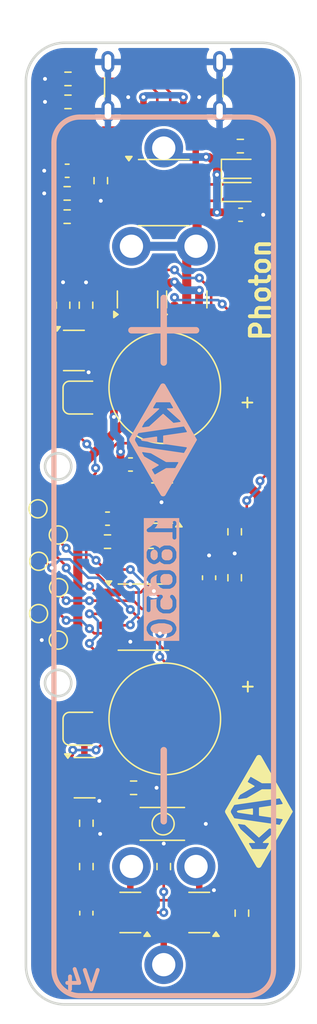
<source format=kicad_pcb>
(kicad_pcb (version 20241229) (generator "pcbnew") (generator_version "9.0")
  (title_block (title "Photon") (date "2025-08-02") (rev "1.3") (company "Bike LED PCB"))
  (layers (0 "F.Cu" signal) (2 "B.Cu" mixed "B.CU") (13 "F.Paste" user) (15 "B.Paste" user) (5 "F.SilkS" user "F.Silkscreen") (7 "B.SilkS" user "B.Silkscreen") (1 "F.Mask" user) (3 "B.Mask" user) (25 "Edge.Cuts" user))
  (net 0 "")
  (net 1 "GND")
  (net 2 "/FB")
  (net 3 "/OUT_LED1")
  (net 4 "/OUT_LED2")
  (net 5 "/LX")
  (net 6 "/SCK")
  (net 7 "/LED2_EN")
  (net 8 "/LED1_EN")
  (net 9 "/MOSI")
  (net 10 "/Rext1")
  (net 11 "/Rext2")
  (net 12 "+3V3")
  (net 13 "PACK_SAFE")
  (net 14 "/RESET")
  (net 15 "5V")
  (net 16 "/DW01A_VCC")
  (net 17 "/CC1")
  (net 18 "/CC2")
  (net 19 "/LED_PWR")
  (net 20 "/STAT2")
  (net 21 "/STAT1")
  (net 22 "/DSBL")
  (net 23 "/BUCK_EN")
  (net 24 "/Iset")
  (net 25 "/VM")
  (net 27 "/OD")
  (net 28 "/OC")
  (net 31 "/Bat+")
  (net 32 "/Bat-")
  (net 33 "/MISO_BTN")
  (net 34 "/BAT_DSBL")
  (footprint "Package_SO:SO-8_3.9x4.9mm_P1.27mm" (layer "F.Cu") (at 51.308 64.77)
    (property "Reference" "U1" (hide yes))
    (property "Value" "ATtiny13A-S")
  )
  (footprint "Capacitor_SMD:C_0603_1608Metric" (layer "F.Cu") (at 50.305 52.959 180)
    (property "Reference" "C2" (hide yes))
    (property "Value" "4.7uF")
  )
  (footprint "TestPoint:TestPoint_Pad_D1.0mm" (layer "F.Cu") (at 43.20021 60.4474 -90)
    (property "Reference" "TP8" (hide yes))
    (property "Value" "MISO")
  )
  (footprint "Connector_USB:USB_C_Receptacle_HRO_TYPE-C-31-M-17" (layer "F.Cu") (at 52.8788 22.606 180)
    (property "Reference" "J1" (hide yes))
    (property "Value" "USB_C_Receptacle_USB2.0_14P")
  )
  (footprint "Package_TO_SOT_SMD:SOT-23-6" (layer "F.Cu") (at 55.626 87.63 180)
    (property "Reference" "U6" (hide yes))
    (property "Value" "FS8205A")
  )
  (footprint "Capacitor_SMD:C_0603_1608Metric" (layer "F.Cu") (at 48.527 57.15 180)
    (property "Reference" "C4" (hide yes))
    (property "Value" "10pF")
  )
  (footprint "TestPoint:TestPoint_Pad_D1.0mm" (layer "F.Cu") (at 44.717224 58.412074 -90)
    (property "Reference" "TP7" (hide yes))
    (property "Value" "MOSI")
  )
  (footprint "Package_TO_SOT_SMD:SOT-23-6" (layer "F.Cu") (at 50.292 87.63 180)
    (property "Reference" "U5" (hide yes))
    (property "Value" "DW01A")
  )
  (footprint "Resistor_SMD:R_0603_1608Metric" (layer "F.Cu") (at 51.829 58.928)
    (property "Reference" "R9" (hide yes))
    (property "Value" "62K")
  )
  (footprint "Photon:KAY Logo 10x10mm" (layer "F.Cu") (at 60.2488 79.8068 90)
    (property "Reference" "G***" (hide yes))
    (property "Value" "LOGO" (hide yes))
  )
  (footprint "Capacitor_SMD:C_0603_1608Metric" (layer "F.Cu") (at 53.607 52.959)
    (property "Reference" "C5" (hide yes))
    (property "Value" "10uF")
  )
  (footprint "Fiducial:Fiducial_0.5mm_Mask1.5mm" (layer "F.Cu") (at 44.1452 27.1272)
    (property "Reference" "FID3" (hide yes))
    (property "Value" "Fiducial")
  )
  (footprint "Resistor_SMD:R_0603_1608Metric" (layer "F.Cu") (at 45.403 33.7765)
    (property "Reference" "R4" (hide yes))
    (property "Value" "100R")
  )
  (footprint "Capacitor_SMD:C_0603_1608Metric" (layer "F.Cu") (at 56.388 61.722 -90)
    (property "Reference" "C1" (hide yes))
    (property "Value" "4.7uF")
  )
  (footprint "Package_TO_SOT_SMD:SOT-23-6" (layer "F.Cu") (at 45.924928 44.132724)
    (property "Reference" "U4" (hide yes))
    (property "Value" "BCR421UW6-7")
  )
  (footprint "Resistor_SMD:R_0603_1608Metric" (layer "F.Cu") (at 45.466 24.892 180)
    (property "Reference" "R2" (hide yes))
    (property "Value" "5.1K")
  )
  (footprint "Resistor_SMD:R_0603_1608Metric" (layer "F.Cu") (at 45.466 23.114 180)
    (property "Reference" "R1" (hide yes))
    (property "Value" "5.1K")
  )
  (footprint "Resistor_SMD:R_0603_1608Metric" (layer "F.Cu") (at 50.546 77.978)
    (property "Reference" "R16" (hide yes))
    (property "Value" "20R")
  )
  (footprint "Photon:5mm Push Button" (layer "F.Cu") (at 52.832 80.772)
    (property "Reference" "SW1" (hide yes))
    (property "Value" "TS-1088-AR02016")
  )
  (footprint "TestPoint:TestPoint_Pad_D1.0mm" (layer "F.Cu") (at 44.742507 62.482726 -90)
    (property "Reference" "TP12" (hide yes))
    (property "Value" "SCK")
  )
  (footprint "LED_SMD:LED_0603_1608Metric" (layer "F.Cu") (at 58.8264 30.0736)
    (property "Reference" "D2" (hide yes))
    (property "Value" "SZYY0603R1")
  )
  (footprint "Resistor_SMD:R_0603_1608Metric" (layer "F.Cu") (at 48.006 30.988 -90)
    (property "Reference" "R10" (hide yes))
    (property "Value" "2K")
  )
  (footprint "Resistor_SMD:R_0603_1608Metric" (layer "F.Cu") (at 58.8064 28.3156)
    (property "Reference" "R7" (hide yes))
    (property "Value" "2K")
  )
  (footprint "TestPoint:TestPoint_Pad_D1.0mm" (layer "F.Cu") (at 43.187568 64.492769)
    (property "Reference" "TP9" (hide yes))
    (property "Value" "3V3")
  )
  (footprint "Resistor_SMD:R_0603_1608Metric" (layer "F.Cu") (at 45.085 40.63 90)
    (property "Reference" "R12" (hide yes))
    (property "Value" "100K")
  )
  (footprint "TestPoint:TestPoint_Pad_D1.0mm" (layer "F.Cu") (at 43.143297 56.388 -90)
    (property "Reference" "TP13" (hide yes))
    (property "Value" "RESET")
  )
  (footprint "Package_TO_SOT_SMD:SOT-23" (layer "F.Cu") (at 54.6608 40.1828 90)
    (property "Reference" "Q2" (hide yes))
    (property "Value" "IRLML6402")
  )
  (footprint "Package_TO_SOT_SMD:SOT-23-6" (layer "F.Cu") (at 46.755 77.197)
    (property "Reference" "U7" (hide yes))
    (property "Value" "BCR421UW6-7")
  )
  (footprint "Resistor_SMD:R_0603_1608Metric" (layer "F.Cu") (at 46.8884 84.074 -90)
    (property "Reference" "R14" (hide yes))
    (property "Value" "100R")
  )
  (footprint "Resistor_SMD:R_0603_1608Metric" (layer "F.Cu") (at 58.3692 61.722 90)
    (property "Reference" "R18" (hide yes))
    (property "Value" "10K")
  )
  (footprint "Resistor_SMD:R_0603_1608Metric" (layer "F.Cu") (at 45.403 31.9745 180)
    (property "Reference" "R5" (hide yes))
    (property "Value" "100K")
  )
  (footprint "Photon:SMD 3x3mm Power Inductor" (layer "F.Cu") (at 56.936786 54.0004 90)
    (property "Reference" "L1" (hide yes))
    (property "Value" "2.2uH")
  )
  (footprint "Fiducial:Fiducial_0.5mm_Mask1.5mm" (layer "F.Cu") (at 61.4172 27.1272)
    (property "Reference" "FID1" (hide yes))
    (property "Value" "Fiducial")
  )
  (footprint "Resistor_SMD:R_0603_1608Metric" (layer "F.Cu") (at 58.928 87.6808 90)
    (property "Reference" "R19" (hide yes))
    (property "Value" "100K")
  )
  (footprint "Photon:3W LED 9mm" (layer "F.Cu") (at 52.959 47.017 180)
    (property "Reference" "D5" (hide yes))
    (property "Value" "LED")
  )
  (footprint "Fiducial:Fiducial_0.5mm_Mask1.5mm" (layer "F.Cu") (at 43.942 91.694)
    (property "Reference" "FID2" (hide yes))
    (property "Value" "Fiducial")
  )
  (footprint "Capacitor_SMD:C_0603_1608Metric" (layer "F.Cu") (at 46.8884 87.6808 90)
    (property "Reference" "C7" (hide yes))
    (property "Value" "0.1uF")
  )
  (footprint "Resistor_SMD:R_0603_1608Metric" (layer "F.Cu") (at 48.527 58.928)
    (property "Reference" "R8" (hide yes))
    (property "Value" "280K")
  )
  (footprint "Resistor_SMD:R_0603_1608Metric" (layer "F.Cu") (at 52.8788 84.074 -90)
    (property "Reference" "R17" (hide yes))
    (property "Value" "1K")
  )
  (footprint "TestPoint:TestPoint_Pad_D1.0mm" (layer "F.Cu") (at 44.714882 66.548)
    (property "Reference" "TP1" (hide yes))
    (property "Value" "GND")
  )
  (footprint "Package_TO_SOT_SMD:SOT-23-5" (layer "F.Cu") (at 52.752 55.941 180)
    (property "Reference" "U2" (hide yes))
    (property "Value" "RT8059GJ5")
  )
  (footprint "Resistor_SMD:R_0603_1608Metric" (layer "F.Cu") (at 46.863 40.63 90)
    (property "Reference" "R13" (hide yes))
    (property "Value" "20R")
  )
  (footprint "Resistor_SMD:R_0603_1608Metric" (layer "F.Cu") (at 46.8884 80.7212 -90)
    (property "Reference" "R15" (hide yes))
    (property "Value" "100K")
  )
  (footprint "LED_SMD:LED_0603_1608Metric" (layer "F.Cu") (at 58.8264 31.8716)
    (property "Reference" "D1" (hide yes))
    (property "Value" "SZYY0603R1")
  )
  (footprint "Resistor_SMD:R_0603_1608Metric" (layer "F.Cu") (at 58.3692 58.166 -90)
    (property "Reference" "R6" (hide yes))
    (property "Value" "100K")
  )
  (footprint "Package_SO:SOIC-8-1EP_3.9x4.9mm_P1.27mm_EP2.29x3mm" (layer "F.Cu") (at 52.8788 31.9144)
    (property "Reference" "U3" (hide yes))
    (property "Value" "TP4056")
  )
  (footprint "Photon:3W LED 9mm" (layer "F.Cu") (at 52.959 72.644 180)
    (property "Reference" "D6" (hide yes))
    (property "Value" "LED")
  )
  (footprint "Capacitor_SMD:C_0603_1608Metric" (layer "F.Cu") (at 58.8264 33.6296 180)
    (property "Reference" "C6" (hide yes))
    (property "Value" "10uF")
  )
  (footprint "Package_TO_SOT_SMD:SOT-23" (layer "F.Cu") (at 50.8508 40.1828 90)
    (property "Reference" "Q1" (hide yes))
    (property "Value" "IRLML6402")
  )
  (footprint "Capacitor_SMD:C_0603_1608Metric" (layer "F.Cu") (at 45.403 30.226)
    (property "Reference" "C3" (hide yes))
    (property "Value" "10uF")
  )
  (footprint "Fiducial:Fiducial_0.5mm_Mask1.5mm" (layer "F.Cu") (at 61.2648 91.694)
    (property "Reference" "FID2" (hide yes))
    (property "Value" "Fiducial")
  )
  (footprint "Photon:Spring Battery TH" (layer "B.Cu") (at 47.3788 34.068 -90)
    (property "Reference" "BT1" (hide yes))
    (property "Value" "Battery_Cell")
  )
  (footprint "Photon:KAY Logo 10x10mm" (layer "B.Cu") (at 52.832 51.054 -90)
    (property "Reference" "G***" (hide yes))
    (property "Value" "LOGO" (hide yes))
  )
  (gr_line (start 42.212 91.742) (end 42.212 23.32) (stroke (width 0.2)) (layer "Edge.Cuts"))
  (gr_arc (start 60.452 20.32) (mid 62.57332 21.19868) (end 63.452 23.32) (stroke (width 0.2)) (layer "Edge.Cuts"))
  (gr_arc (start 63.452 91.742) (mid 62.573321 93.86332) (end 60.452 94.741999) (stroke (width 0.2)) (layer "Edge.Cuts"))
  (gr_circle (center 44.704 53.104021) (end 45.72 53.104021) (stroke (width 0.2)) (fill no) (layer "Edge.Cuts"))
  (gr_circle (center 44.704 69.868021) (end 45.72 69.868021) (stroke (width 0.2)) (fill no) (layer "Edge.Cuts"))
  (gr_line (start 45.212 20.32) (end 60.452 20.32) (stroke (width 0.2)) (layer "Edge.Cuts"))
  (gr_arc (start 45.212 94.741999) (mid 43.09068 93.863319) (end 42.212 91.742) (stroke (width 0.2)) (layer "Edge.Cuts"))
  (gr_line (start 63.452 23.32) (end 63.452 91.742) (stroke (width 0.2)) (layer "Edge.Cuts"))
  (gr_arc (start 42.212 23.32) (mid 43.09068 21.19868) (end 45.212 20.32) (stroke (width 0.2)) (layer "Edge.Cuts"))
  (gr_line (start 60.452 94.741999) (end 45.212 94.741999) (stroke (width 0.2)) (layer "Edge.Cuts"))
  (gr_text "Photon" (at 61.242326 43.5356 90) (layer "F.SilkS") (effects (font (size 1.5 1.5) (thickness 0.3) (bold yes)) (justify left bottom)))
  (gr_text "V4\n" (at 48.1076 93.7768 0) (layer "B.SilkS") (effects (font (size 1.5 1.5) (thickness 0.3) (bold yes)) (justify left bottom mirror)))
  (segment (start 46.8884 81.5462) (end 47.9552 81.5462) (width 0.2) (layer "F.Cu") (net 1))
  (segment (start 43.628 30.2205) (end 44.628 30.2205) (width 0.5) (layer "F.Cu") (net 1))
  (segment (start 56.388 59.9948) (end 56.388 60.947) (width 0.2) (layer "F.Cu") (net 1))
  (segment (start 43.628 31.9745) (end 44.578 31.9745) (width 0.2) (layer "F.Cu") (net 1))
  (segment (start 59.6014 33.6296) (end 60.579 33.6296) (width 0.6) (layer "F.Cu") (net 1))
  (segment (start 45.085 38.852) (end 45.085 39.805) (width 0.2) (layer "F.Cu") (net 1))
  (segment (start 46.863 39.805) (end 46.863 38.862) (width 0.2) (layer "F.Cu") (net 1))
  (segment (start 48.006 31.813) (end 48.006 32.627) (width 0.2) (layer "F.Cu") (net 1))
  (segment (start 58.3692 59.8424) (end 58.3692 58.991) (width 0.2) (layer "F.Cu") (net 1))
  (segment (start 47.062428 45.082724) (end 47.062428 45.820724) (width 0.7) (layer "F.Cu") (net 1))
  (segment (start 52.8788 82.3428) (end 52.8788 83.249) (width 0.2) (layer "F.Cu") (net 1))
  (segment (start 43.434 66.548) (end 44.714882 66.548) (width 0.2) (layer "F.Cu") (net 1))
  (segment (start 47.8925 78.147) (end 47.8925 78.994) (width 0.6) (layer "F.Cu") (net 1))
  (segment (start 48.006 32.627) (end 48.0836 32.5494) (width 0.5) (layer "F.Cu") (net 1))
  (segment (start 48.0836 32.5494) (end 50.3262 32.5494) (width 0.5) (layer "F.Cu") (net 1))
  (segment (start 56.134 80.772) (end 54.991 80.772) (width 0.2) (layer "F.Cu") (net 1))
  (segment (start 43.688 24.892) (end 44.641 24.892) (width 0.3) (layer "F.Cu") (net 1))
  (segment (start 55.6288 24.5288) (end 55.6288 26.04) (width 0.5) (layer "F.Cu") (net 1))
  (segment (start 50.292 66.675) (end 48.733 66.675) (width 0.2) (layer "F.Cu") (net 1))
  (segment (start 56.7635 85.9028) (end 56.7635 86.68) (width 0.5) (layer "F.Cu") (net 1))
  (segment (start 50.1288 24.526) (end 50.1288 26.04) (width 0.5) (layer "F.Cu") (net 1))
  (segment (start 43.688 23.114) (end 44.641 23.114) (width 0.3) (layer "F.Cu") (net 1))
  (segment (start 55.626 24.526) (end 55.6288 24.5288) (width 0.5) (layer "F.Cu") (net 1))
  (segment (start 52.324 77.978) (end 51.371 77.978) (width 0.2) (layer "F.Cu") (net 1))
  (via (at 50.292 66.675) (size 0.7) (drill 0.3) (layers "F.Cu" "B.Cu") (net 1))
  (via (at 43.628 31.9745) (size 0.7) (drill 0.3) (layers "F.Cu" "B.Cu") (net 1))
  (via (at 55.626 24.526) (size 0.7) (drill 0.3) (layers "F.Cu" "B.Cu") (net 1))
  (via (at 52.705 55.88) (size 0.7) (drill 0.3) (layers "F.Cu" "B.Cu") (net 1))
  (via (at 56.388 59.9948) (size 0.7) (drill 0.3) (layers "F.Cu" "B.Cu") (net 1))
  (via (at 60.579 33.6296) (size 0.7) (drill 0.3) (layers "F.Cu" "B.Cu") (net 1))
  (via (at 43.434 66.548) (size 0.7) (drill 0.3) (layers "F.Cu" "B.Cu") (net 1))
  (via (at 47.8925 78.994) (size 0.7) (drill 0.3) (layers "F.Cu" "B.Cu") (net 1))
  (via (at 43.688 23.114) (size 0.7) (drill 0.3) (layers "F.Cu" "B.Cu") (net 1))
  (via (at 50.1288 24.526) (size 0.7) (drill 0.3) (layers "F.Cu" "B.Cu") (net 1))
  (via (at 48.006 32.5494) (size 0.7) (drill 0.3) (layers "F.Cu" "B.Cu") (net 1))
  (via (at 43.688 24.892) (size 0.7) (drill 0.3) (layers "F.Cu" "B.Cu") (net 1))
  (via (at 58.3692 59.8424) (size 0.7) (drill 0.3) (layers "F.Cu" "B.Cu") (net 1))
  (via (at 46.863 38.862) (size 0.7) (drill 0.3) (layers "F.Cu" "B.Cu") (net 1))
  (via (at 45.085 38.852) (size 0.7) (drill 0.3) (layers "F.Cu" "B.Cu") (net 1))
  (via (at 52.8788 82.296) (size 0.7) (drill 0.3) (layers "F.Cu" "B.Cu") (net 1))
  (via (at 43.628 30.2205) (size 0.7) (drill 0.3) (layers "F.Cu" "B.Cu") (net 1))
  (via (at 52.324 77.978) (size 0.7) (drill 0.3) (layers "F.Cu" "B.Cu") (net 1))
  (via (at 47.062428 45.820724) (size 0.7) (drill 0.3) (layers "F.Cu" "B.Cu") (net 1))
  (via (at 47.9552 81.5462) (size 0.7) (drill 0.3) (layers "F.Cu" "B.Cu") (net 1))
  (via (at 56.134 80.772) (size 0.7) (drill 0.3) (layers "F.Cu" "B.Cu") (net 1))
  (via (at 56.7635 85.9028) (size 0.7) (drill 0.3) (layers "F.Cu" "B.Cu") (net 1))
  (segment (start 49.302 57.15) (end 49.302 58.878) (width 0.2) (layer "F.Cu") (net 2))
  (segment (start 49.302 57.15) (end 49.561 56.891) (width 0.2) (layer "F.Cu") (net 2))
  (segment (start 51.397 56.891) (end 51.402 56.896) (width 0.2) (layer "F.Cu") (net 2))
  (segment (start 49.561 56.891) (end 51.397 56.891) (width 0.2) (layer "F.Cu") (net 2))
  (segment (start 49.352 58.928) (end 51.004 58.928) (width 0.2) (layer "F.Cu") (net 2))
  (segment (start 49.302 58.878) (end 49.352 58.928) (width 0.2) (layer "F.Cu") (net 2))
  (segment (start 44.787428 45.082724) (end 44.787428 45.910628) (width 0.6) (layer "F.Cu") (net 3))
  (segment (start 44.787428 45.082724) (end 44.787428 44.132724) (width 0.6) (layer "F.Cu") (net 3))
  (segment (start 44.787428 45.910628) (end 46.6558 47.779) (width 0.6) (layer "F.Cu") (net 3))
  (segment (start 44.787428 44.132724) (end 47.078499 44.132724) (width 0.6) (layer "F.Cu") (net 3))
  (segment (start 45.6175 77.197) (end 46.241999 77.197) (width 0.5) (layer "F.Cu") (net 4))
  (segment (start 46.736 76.702999) (end 46.736 76.581) (width 0.5) (layer "F.Cu") (net 4))
  (segment (start 46.736 76.740999) (end 46.736 76.581) (width 0.5) (layer "F.Cu") (net 4))
  (segment (start 46.241999 77.197) (end 46.736 76.702999) (width 0.5) (layer "F.Cu") (net 4))
  (segment (start 47.8925 77.197) (end 47.230001 77.197) (width 0.5) (layer "F.Cu") (net 4))
  (segment (start 46.736 73.4862) (end 46.6558 73.406) (width 0.5) (layer "F.Cu") (net 4))
  (segment (start 46.736 76.581) (end 46.736 73.4862) (width 0.5) (layer "F.Cu") (net 4))
  (segment (start 47.230001 77.197) (end 46.736 76.702999) (width 0.5) (layer "F.Cu") (net 4))
  (segment (start 47.8925 77.197) (end 45.6175 77.197) (width 0.5) (layer "F.Cu") (net 4))
  (segment (start 45.6175 78.147) (end 45.6175 77.197) (width 0.5) (layer "F.Cu") (net 4))
  (segment (start 56.885986 54.991) (end 57.038386 55.1434) (width 0.5) (layer "F.Cu") (net 5))
  (segment (start 53.7765 54.991) (end 56.885986 54.991) (width 0.5) (layer "F.Cu") (net 5))
  (segment (start 57.038386 55.1434) (end 57.1122 55.1434) (width 0.5) (layer "F.Cu") (net 5))
  (segment (start 44.742507 62.914507) (end 44.742507 62.482726) (width 0.2) (layer "F.Cu") (net 6))
  (segment (start 45.328 63.5) (end 44.742507 62.914507) (width 0.2) (layer "F.Cu") (net 6))
  (segment (start 51.181 64.135) (end 53.883 64.135) (width 0.2) (layer "F.Cu") (net 6))
  (segment (start 47.128 63.5) (end 50.546 63.5) (width 0.2) (layer "F.Cu") (net 6))
  (segment (start 50.546 63.5) (end 51.181 64.135) (width 0.2) (layer "F.Cu") (net 6))
  (via (at 45.328 63.5) (size 0.7) (drill 0.3) (layers "F.Cu" "B.Cu") (net 6))
  (via (at 47.128 63.5) (size 0.7) (drill 0.3) (layers "F.Cu" "B.Cu") (net 6))
  (segment (start 47.128 63.5) (end 45.328 63.5) (width 0.2) (layer "B.Cu") (net 6))
  (segment (start 45.6175 76.247) (end 45.165 76.247) (width 0.2) (layer "F.Cu") (net 7))
  (segment (start 47.128 64.516) (end 48.352 64.516) (width 0.2) (layer "F.Cu") (net 7))
  (segment (start 44.654 78.819567) (end 45.730633 79.8962) (width 0.2) (layer "F.Cu") (net 7))
  (segment (start 45.165 76.247) (end 44.654 76.758) (width 0.2) (layer "F.Cu") (net 7))
  (segment (start 47.133 66.807) (end 47.133 66.945) (width 0.2) (layer "F.Cu") (net 7))
  (segment (start 45.6175 76.0345) (end 45.405 76.247) (width 0.2) (layer "F.Cu") (net 7))
  (segment (start 45.730633 79.8962) (end 46.8884 79.8962) (width 0.2) (layer "F.Cu") (net 7))
  (segment (start 45.836 75.454) (end 45.6175 75.6725) (width 0.2) (layer "F.Cu") (net 7))
  (segment (start 48.1568 67.9688) (end 48.1568 74.539316) (width 0.2) (layer "F.Cu") (net 7))
  (segment (start 48.352 64.516) (end 48.733 64.135) (width 0.2) (layer "F.Cu") (net 7))
  (segment (start 45.836 75.057) (end 45.836 75.454) (width 0.2) (layer "F.Cu") (net 7))
  (segment (start 48.1568 74.539316) (end 47.639116 75.057) (width 0.2) (layer "F.Cu") (net 7))
  (segment (start 44.654 76.758) (end 44.654 78.819567) (width 0.2) (layer "F.Cu") (net 7))
  (segment (start 45.6175 75.6725) (end 45.6175 76.0345) (width 0.2) (layer "F.Cu") (net 7))
  (segment (start 47.133 66.945) (end 48.1568 67.9688) (width 0.2) (layer "F.Cu") (net 7))
  (segment (start 47.128 66.802) (end 47.133 66.807) (width 0.2) (layer "F.Cu") (net 7))
  (via (at 47.639116 75.057) (size 0.7) (drill 0.3) (layers "F.Cu" "B.Cu") (net 7))
  (via (at 47.128 66.802) (size 0.7) (drill 0.3) (layers "F.Cu" "B.Cu") (net 7))
  (via (at 47.128 64.516) (size 0.7) (drill 0.3) (layers "F.Cu" "B.Cu") (net 7))
  (via (at 45.836 75.057) (size 0.7) (drill 0.3) (layers "F.Cu" "B.Cu") (net 7))
  (segment (start 47.128 66.802) (end 47.788702 66.141298) (width 0.2) (layer "B.Cu") (net 7))
  (segment (start 47.788702 66.141298) (end 47.788702 65.060702) (width 0.2) (layer "B.Cu") (net 7))
  (segment (start 47.244 64.516) (end 47.128 64.516) (width 0.2) (layer "B.Cu") (net 7))
  (segment (start 47.639116 74.93) (end 47.639116 74.806) (width 0.2) (layer "B.Cu") (net 7))
  (segment (start 47.788702 65.060702) (end 47.244 64.516) (width 0.2) (layer "B.Cu") (net 7))
  (segment (start 47.639116 75.057) (end 45.836 75.057) (width 0.2) (layer "B.Cu") (net 7))
  (segment (start 48.733 65.405) (end 50.397762 65.405) (width 0.2) (layer "F.Cu") (net 8))
  (segment (start 46.879 54.3654) (end 46.879 60.595) (width 0.2) (layer "F.Cu") (net 8))
  (segment (start 44.124929 43.182724) (end 44.787428 43.182724) (width 0.2) (layer "F.Cu") (net 8))
  (segment (start 50.397762 65.405) (end 50.428762 65.374) (width 0.2) (layer "F.Cu") (net 8))
  (segment (start 47.61 53.230792) (end 47.61 53.6344) (width 0.2) (layer "F.Cu") (net 8))
  (segment (start 45.085 42.885152) (end 44.787428 43.182724) (width 0.2) (layer "F.Cu") (net 8))
  (segment (start 45.085 41.455) (end 45.085 42.885152) (width 0.2) (layer "F.Cu") (net 8))
  (segment (start 46.925103 51.370103) (end 43.7896 48.2346) (width 0.2) (layer "F.Cu") (net 8))
  (segment (start 47.61 53.6344) (end 46.879 54.3654) (width 0.2) (layer "F.Cu") (net 8))
  (segment (start 46.879 60.595) (end 48.499 62.215) (width 0.2) (layer "F.Cu") (net 8))
  (segment (start 43.7896 43.518053) (end 44.124929 43.182724) (width 0.2) (layer "F.Cu") (net 8))
  (segment (start 43.7896 48.2346) (end 43.7896 43.518053) (width 0.2) (layer "F.Cu") (net 8))
  (segment (start 48.499 62.215) (end 50.292 62.215) (width 0.2) (layer "F.Cu") (net 8))
  (via (at 47.61 53.230792) (size 0.7) (drill 0.3) (layers "F.Cu" "B.Cu") (net 8))
  (via (at 50.292 62.215) (size 0.7) (drill 0.3) (layers "F.Cu" "B.Cu") (net 8))
  (via (at 50.292 65.374) (size 0.7) (drill 0.3) (layers "F.Cu" "B.Cu") (net 8))
  (via (at 46.925103 51.370103) (size 0.7) (drill 0.3) (layers "F.Cu" "B.Cu") (net 8))
  (segment (start 50.292 62.215) (end 50.531 62.215) (width 0.2) (layer "B.Cu") (net 8))
  (segment (start 50.428762 65.237238) (end 50.292 65.374) (width 0.2) (layer "B.Cu") (net 8))
  (segment (start 47.565795 52.010795) (end 47.565795 53.186587) (width 0.2) (layer "B.Cu") (net 8))
  (segment (start 50.428762 65.024618) (end 50.428762 65.237238) (width 0.2) (layer "B.Cu") (net 8))
  (segment (start 50.531 62.215) (end 50.942096 62.626096) (width 0.2) (layer "B.Cu") (net 8))
  (segment (start 50.942096 62.626096) (end 50.942096 64.511284) (width 0.2) (layer "B.Cu") (net 8))
  (segment (start 47.565795 53.186587) (end 47.61 53.230792) (width 0.2) (layer "B.Cu") (net 8))
  (segment (start 50.942096 64.511284) (end 50.428762 65.024618) (width 0.2) (layer "B.Cu") (net 8))
  (segment (start 46.925103 51.370103) (end 47.565795 52.010795) (width 0.2) (layer "B.Cu") (net 8))
  (segment (start 48.35362 61.087) (end 47.64 60.37338) (width 0.2) (layer "F.Cu") (net 9))
  (segment (start 55.118 63.754) (end 55.118 66.1775) (width 0.2) (layer "F.Cu") (net 9))
  (segment (start 45.328 59.436) (end 44.717224 58.825224) (width 0.2) (layer "F.Cu") (net 9))
  (segment (start 54.898 63.534) (end 55.118 63.754) (width 0.2) (layer "F.Cu") (net 9))
  (segment (start 44.717224 58.825224) (end 44.717224 58.412074) (width 0.2) (layer "F.Cu") (net 9))
  (segment (start 50.292 61.087) (end 48.35362 61.087) (width 0.2) (layer "F.Cu") (net 9))
  (segment (start 52.115428 62.753196) (end 52.896232 63.534) (width 0.2) (layer "F.Cu") (net 9))
  (segment (start 52.896232 63.534) (end 54.898 63.534) (width 0.2) (layer "F.Cu") (net 9))
  (segment (start 54.6205 66.675) (end 53.883 66.675) (width 0.2) (layer "F.Cu") (net 9))
  (segment (start 55.118 66.1775) (end 54.6205 66.675) (width 0.2) (layer "F.Cu") (net 9))
  (via (at 45.328 59.436) (size 0.7) (drill 0.3) (layers "F.Cu" "B.Cu") (net 9))
  (via (at 52.115428 62.753196) (size 0.7) (drill 0.3) (layers "F.Cu" "B.Cu") (net 9))
  (via (at 47.64 60.37338) (size 0.7) (drill 0.3) (layers "F.Cu" "B.Cu") (net 9))
  (via (at 50.292 61.087) (size 0.7) (drill 0.3) (layers "F.Cu" "B.Cu") (net 9))
  (segment (start 47.14724 59.944) (end 47.57662 60.37338) (width 0.2) (layer "B.Cu") (net 9))
  (segment (start 51.95618 62.753196) (end 52.115428 62.753196) (width 0.2) (layer "B.Cu") (net 9))
  (segment (start 47.57662 60.37338) (end 47.64 60.37338) (width 0.2) (layer "B.Cu") (net 9))
  (segment (start 50.292 61.087) (end 50.292 61.089016) (width 0.2) (layer "B.Cu") (net 9))
  (segment (start 50.292 61.089016) (end 51.95618 62.753196) (width 0.2) (layer "B.Cu") (net 9))
  (segment (start 45.328 59.436) (end 45.836 59.944) (width 0.2) (layer "B.Cu") (net 9))
  (segment (start 45.836 59.944) (end 47.14724 59.944) (width 0.2) (layer "B.Cu") (net 9))
  (segment (start 47.062428 43.182724) (end 47.244 43.001152) (width 0.2) (layer "F.Cu") (net 10))
  (segment (start 46.863 42.983296) (end 47.062428 43.182724) (width 0.2) (layer "F.Cu") (net 10))
  (segment (start 47.274928 43.182724) (end 47.274928 42.970224) (width 0.2) (layer "F.Cu") (net 10))
  (segment (start 46.863 41.455) (end 46.863 42.983296) (width 0.2) (layer "F.Cu") (net 10))
  (segment (start 49.721 77.407) (end 49.721 77.978) (width 0.2) (layer "F.Cu") (net 11))
  (segment (start 48.561 76.247) (end 49.721 77.407) (width 0.2) (layer "F.Cu") (net 11))
  (segment (start 48.105 76.247) (end 48.561 76.247) (width 0.2) (layer "F.Cu") (net 11))
  (segment (start 59.3558 71.882) (end 60.2058 71.032) (width 0.7) (layer "F.Cu") (net 12))
  (segment (start 47.128 65.657603) (end 47.494397 66.024) (width 0.2) (layer "F.Cu") (net 12))
  (segment (start 53.883 62.865) (end 55.245 62.865) (width 0.3) (layer "F.Cu") (net 12))
  (segment (start 44.796769 64.492769) (end 43.187568 64.492769) (width 0.2) (layer "F.Cu") (net 12))
  (segment (start 59.3558 50.514586) (end 59.3558 46.393214) (width 0.7) (layer "F.Cu") (net 12))
  (segment (start 51.641346 66.024) (end 52.893346 67.276) (width 0.2) (layer "F.Cu") (net 12))
  (segment (start 54.798968 67.276) (end 55.519 66.555968) (width 0.2) (layer "F.Cu") (net 12))
  (segment (start 57.038386 52.832) (end 59.3558 50.514586) (width 0.7) (layer "F.Cu") (net 12))
  (segment (start 55.626 62.865) (end 55.753 62.865) (width 0.3) (layer "F.Cu") (net 12))
  (segment (start 55.245 62.865) (end 55.626 62.865) (width 0.3) (layer "F.Cu") (net 12))
  (segment (start 54.382 52.56543) (end 53.98843 52.56543) (width 0.2) (layer "F.Cu") (net 12))
  (segment (start 59.436 62.865) (end 60.2058 62.865) (width 0.3) (layer "F.Cu") (net 12))
  (segment (start 47.494397 66.024) (end 51.641346 66.024) (width 0.2) (layer "F.Cu") (net 12))
  (segment (start 55.519 63.119) (end 55.519 63.099) (width 0.2) (layer "F.Cu") (net 12))
  (segment (start 47.752 57.15) (end 47.752 58.878) (width 0.2) (layer "F.Cu") (net 12))
  (segment (start 48.26 56.39979) (end 47.752 56.90779) (width 0.2) (layer "F.Cu") (net 12))
  (segment (start 55.519 66.555968) (end 55.519 63.119) (width 0.2) (layer "F.Cu") (net 12))
  (segment (start 57.666125 52.832) (end 57.038386 52.832) (width 0.7) (layer "F.Cu") (net 12))
  (segment (start 55.519 63.119) (end 55.519 63.012) (width 0.2) (layer "F.Cu") (net 12))
  (segment (start 52.893346 67.276) (end 54.798968 67.276) (width 0.2) (layer "F.Cu") (net 12))
  (segment (start 49.276 51.308) (end 48.26 52.324) (width 0.2) (layer "F.Cu") (net 12))
  (segment (start 59.436 62.865) (end 59.5708 62.865) (width 0.3) (layer "F.Cu") (net 12))
  (segment (start 48.26 52.324) (end 48.26 56.39979) (width 0.2) (layer "F.Cu") (net 12))
  (segment (start 55.519 63.012) (end 55.372 62.865) (width 0.2) (layer "F.Cu") (net 12))
  (segment (start 60.2058 62.357) (end 60.2058 55.371675) (width 0.7) (layer "F.Cu") (net 12))
  (segment (start 45.328 65.024) (end 44.796769 64.492769) (width 0.2) (layer "F.Cu") (net 12))
  (segment (start 53.98843 52.56543) (end 52.731 51.308) (width 0.2) (layer "F.Cu") (net 12))
  (segment (start 47.752 58.878) (end 47.702 58.928) (width 0.2) (layer "F.Cu") (net 12))
  (segment (start 60.2058 63.5) (end 60.2058 62.357) (width 0.7) (layer "F.Cu") (net 12))
  (segment (start 59.5708 62.865) (end 60.2058 63.5) (width 0.3) (layer "F.Cu") (net 12))
  (segment (start 59.436 62.865) (end 59.6978 62.865) (width 0.3) (layer "F.Cu") (net 12))
  (segment (start 59.6978 62.865) (end 60.2058 62.357) (width 0.3) (layer "F.Cu") (net 12))
  (segment (start 52.731 51.308) (end 49.276 51.308) (width 0.2) (layer "F.Cu") (net 12))
  (segment (start 47.752 56.90779) (end 47.752 57.15) (width 0.2) (layer "F.Cu") (net 12))
  (segment (start 60.2058 55.371675) (end 57.666125 52.832) (width 0.7) (layer "F.Cu") (net 12))
  (segment (start 55.499 63.119) (end 55.245 62.865) (width 0.2) (layer "F.Cu") (net 12))
  (segment (start 55.753 62.865) (end 59.436 62.865) (width 0.3) (layer "F.Cu") (net 12))
  (segment (start 55.519 63.099) (end 55.753 62.865) (width 0.2) (layer "F.Cu") (net 12))
  (segment (start 55.519 63.119) (end 55.499 63.119) (width 0.2) (layer "F.Cu") (net 12))
  (segment (start 54.382 52.832) (end 57.038386 52.832) (width 0.7) (layer "F.Cu") (net 12))
  (segment (start 60.2058 71.032) (end 60.2058 63.5) (width 0.7) (layer "F.Cu") (net 12))
  (via (at 45.328 65.024) (size 0.7) (drill 0.3) (layers "F.Cu" "B.Cu") (net 12))
  (via (at 47.128 65.657603) (size 0.7) (drill 0.3) (layers "F.Cu" "B.Cu") (net 12))
  (segment (start 46.494397 65.024) (end 45.328 65.024) (width 0.2) (layer "B.Cu") (net 12))
  (segment (start 47.128 65.657603) (end 46.494397 65.024) (width 0.2) (layer "B.Cu") (net 12))
  (segment (start 51.397 54.991) (end 51.0286 54.991) (width 0.6) (layer "F.Cu") (net 13))
  (segment (start 55.6108 39.4978) (end 55.6108 41.1203) (width 0.6) (layer "F.Cu") (net 13))
  (segment (start 49.53 52.224) (end 49.53 52.959) (width 0.6) (layer "F.Cu") (net 13))
  (segment (start 53.405917 38.855764) (end 51.8008 40.460881) (width 0.6) (layer "F.Cu") (net 13))
  (segment (start 51.0286 54.991) (end 49.53 53.4924) (width 0.6) (layer "F.Cu") (net 13))
  (segment (start 53.7108 38.825589) (end 53.680625 38.855764) (width 0.6) (layer "F.Cu") (net 13))
  (segment (start 49.53 53.4924) (end 49.53 52.959) (width 0.6) (layer "F.Cu") (net 13))
  (segment (start 49.53762 52.21638) (end 49.53 52.224) (width 0.6) (layer "F.Cu") (net 13))
  (segment (start 55.63392 39.47468) (end 55.6108 39.4978) (width 0.6) (layer "F.Cu") (net 13))
  (segment (start 49.022 44.831) (end 51.8008 42.0522) (width 0.6) (layer "F.Cu") (net 13))
  (segment (start 51.8008 42.0522) (end 51.8008 41.1203) (width 0.6) (layer "F.Cu") (net 13))
  (segment (start 53.680625 38.855764) (end 53.405917 38.855764) (width 0.6) (layer "F.Cu") (net 13))
  (segment (start 49.022 49.273206) (end 49.022 44.831) (width 0.6) (layer "F.Cu") (net 13))
  (segment (start 49.53762 51.96562) (end 49.53762 52.21638) (width 0.6) (layer "F.Cu") (net 13))
  (via (at 53.7108 38.825589) (size 0.7) (drill 0.3) (layers "F.Cu" "B.Cu") (net 13))
  (via (at 55.63392 39.47468) (size 0.7) (drill 0.3) (layers "F.Cu" "B.Cu") (net 13))
  (via (at 49.53762 51.96562) (size 0.7) (drill 0.3) (layers "F.Cu" "B.Cu") (net 13))
  (via (at 49.022 49.273206) (size 0.7) (drill 0.3) (layers "F.Cu" "B.Cu") (net 13))
  (segment (start 49.53 51.958) (end 49.53762 51.96562) (width 0.6) (layer "B.Cu") (net 13))
  (segment (start 49.53 51.039) (end 49.53 51.958) (width 0.6) (layer "B.Cu") (net 13))
  (segment (start 55.63392 39.47468) (end 54.359891 39.47468) (width 0.6) (layer "B.Cu") (net 13))
  (segment (start 49.022 50.531) (end 49.53 51.039) (width 0.6) (layer "B.Cu") (net 13))
  (segment (start 49.022 49.273206) (end 49.022 50.531) (width 0.6) (layer "B.Cu") (net 13))
  (segment (start 54.359891 39.47468) (end 53.7108 38.825589) (width 0.6) (layer "B.Cu") (net 13))
  (segment (start 47.621 62.865) (end 47.128 62.372) (width 0.2) (layer "F.Cu") (net 14))
  (segment (start 57.5682 61.698) (end 58.3692 60.897) (width 0.2) (layer "F.Cu") (net 14))
  (segment (start 48.733 62.865) (end 51.08297 62.865) (width 0.2) (layer "F.Cu") (net 14))
  (segment (start 51.08297 62.865) (end 52.24997 61.698) (width 0.2) (layer "F.Cu") (net 14))
  (segment (start 43.143297 58.637297) (end 43.143297 56.388) (width 0.2) (layer "F.Cu") (net 14))
  (segment (start 52.24997 61.698) (end 57.5682 61.698) (width 0.2) (layer "F.Cu") (net 14))
  (segment (start 45.212 60.706) (end 43.143297 58.637297) (width 0.2) (layer "F.Cu") (net 14))
  (segment (start 48.733 62.865) (end 47.621 62.865) (width 0.2) (layer "F.Cu") (net 14))
  (segment (start 45.212 60.9814) (end 45.212 60.706) (width 0.2) (layer "F.Cu") (net 14))
  (segment (start 45.328 61.0974) (end 45.212 60.9814) (width 0.2) (layer "F.Cu") (net 14))
  (via (at 45.328 60.96) (size 0.7) (drill 0.3) (layers "F.Cu" "B.Cu") (net 14))
  (via (at 47.128 62.372) (size 0.7) (drill 0.3) (layers "F.Cu" "B.Cu") (net 14))
  (segment (start 45.328 61.0974) (end 46.6026 62.372) (width 0.2) (layer "B.Cu") (net 14))
  (segment (start 45.212 61.0974) (end 45.328 61.0974) (width 0.2) (layer "B.Cu") (net 14))
  (segment (start 46.6026 62.372) (end 47.128 62.372) (width 0.2) (layer "B.Cu") (net 14))
  (segment (start 55.3538 28.2956) (end 55.3538 28.6004) (width 0.5) (layer "F.Cu") (net 15))
  (segment (start 55.3538 28.6004) (end 55.3538 30.0094) (width 0.5) (layer "F.Cu") (net 15))
  (segment (start 55.6786 28.3156) (end 55.3538 27.9908) (width 0.2) (layer "F.Cu") (net 15))
  (segment (start 57.9814 28.3156) (end 55.8292 28.3156) (width 0.2) (layer "F.Cu") (net 15))
  (segment (start 54.3988 24.526) (end 54.3988 26.4588) (width 0.5) (layer "F.Cu") (net 15))
  (segment (start 55.8292 28.3156) (end 55.6386 28.3156) (width 0.2) (layer "F.Cu") (net 15))
  (segment (start 51.308 26.543) (end 51.308 24.4268) (width 0.5) (layer "F.Cu") (net 15))
  (segment (start 55.6386 28.3156) (end 55.3538 28.6004) (width 0.2) (layer "F.Cu") (net 15))
  (segment (start 55.3538 27.9908) (end 55.3538 28.2956) (width 0.5) (layer "F.Cu") (net 15))
  (segment (start 50.4038 33.8194) (end 46.2709 33.8194) (width 0.5) (layer "F.Cu") (net 15))
  (segment (start 54.3988 26.4588) (end 55.3538 27.4138) (width 0.5) (layer "F.Cu") (net 15))
  (segment (start 51.308 24.526) (end 51.3588 24.5768) (width 0.5) (layer "F.Cu") (net 15))
  (segment (start 46.228 29.015804) (end 48.206804 27.037) (width 0.5) (layer "F.Cu") (net 15))
  (segment (start 46.2709 33.8194) (end 46.228 33.7765) (width 0.5) (layer "F.Cu") (net 15))
  (segment (start 51.308 24.4268) (end 51.308 24.526) (width 0.5) (layer "F.Cu") (net 15))
  (segment (start 46.228 33.7765) (end 46.228 29.015804) (width 0.5) (layer "F.Cu") (net 15))
  (segment (start 51.3588 25.786) (end 51.308 25.8368) (width 0.5) (layer "F.Cu") (net 15))
  (segment (start 48.206804 27.037) (end 50.814 27.037) (width 0.5) (layer "F.Cu") (net 15))
  (segment (start 55.8292 28.3156) (end 55.3738 28.3156) (width 0.2) (layer "F.Cu") (net 15))
  (segment (start 55.8292 28.3156) (end 55.6786 28.3156) (width 0.2) (layer "F.Cu") (net 15))
  (segment (start 55.3538 27.4138) (end 55.3538 27.9908) (width 0.5) (layer "F.Cu") (net 15))
  (segment (start 46.3485 33.897) (end 46.228 33.7765) (width 0.5) (layer "F.Cu") (net 15))
  (segment (start 55.3738 28.3156) (end 55.3538 28.2956) (width 0.2) (layer "F.Cu") (net 15))
  (segment (start 50.814 27.037) (end 51.308 26.543) (width 0.5) (layer "F.Cu") (net 15))
  (via (at 54.3988 24.526) (size 0.7) (drill 0.3) (layers "F.Cu" "B.Cu") (net 15))
  (via (at 51.308 24.526) (size 0.7) (drill 0.3) (layers "F.Cu" "B.Cu") (net 15))
  (segment (start 51.45 24.384) (end 51.308 24.526) (width 0.5) (layer "B.Cu") (net 15))
  (segment (start 54.3988 24.526) (end 54.2568 24.384) (width 0.5) (layer "B.Cu") (net 15))
  (segment (start 54.2568 24.384) (end 51.45 24.384) (width 0.5) (layer "B.Cu") (net 15))
  (segment (start 46.8884 86.9058) (end 46.8884 84.899) (width 0.7) (layer "F.Cu") (net 16))
  (segment (start 48.446478 87.63) (end 47.722278 86.9058) (width 0.7) (layer "F.Cu") (net 16))
  (segment (start 47.722278 86.9058) (end 46.8884 86.9058) (width 0.7) (layer "F.Cu") (net 16))
  (segment (start 49.1545 87.63) (end 48.446478 87.63) (width 0.7) (layer "F.Cu") (net 16))
  (segment (start 53.3788 26.04) (end 53.3788 24.1688) (width 0.2) (layer "F.Cu") (net 17))
  (segment (start 52.324 23.114) (end 46.291 23.114) (width 0.2) (layer "F.Cu") (net 17))
  (segment (start 53.3788 24.1688) (end 52.324 23.114) (width 0.2) (layer "F.Cu") (net 17))
  (segment (start 52.3788 24.1848) (end 51.816 23.622) (width 0.2) (layer "F.Cu") (net 18))
  (segment (start 47.561 23.622) (end 46.291 24.892) (width 0.2) (layer "F.Cu") (net 18))
  (segment (start 52.3788 26.04) (end 52.3788 24.1848) (width 0.2) (layer "F.Cu") (net 18))
  (segment (start 51.816 23.622) (end 47.561 23.622) (width 0.2) (layer "F.Cu") (net 18))
  (segment (start 59.6139 28.3331) (end 59.6139 31.6151) (width 0.2) (layer "F.Cu") (net 19))
  (segment (start 57.3611 32.5494) (end 58.0389 31.8716) (width 0.2) (layer "F.Cu") (net 20))
  (segment (start 55.3538 32.5494) (end 57.3611 32.5494) (width 0.2) (layer "F.Cu") (net 20))
  (segment (start 55.3538 31.2794) (end 57.415 31.2794) (width 0.2) (layer "F.Cu") (net 21))
  (segment (start 57.415 31.2794) (end 58.0389 30.6555) (width 0.2) (layer "F.Cu") (net 21))
  (segment (start 58.0389 30.6555) (end 58.0389 30.0736) (width 0.2) (layer "F.Cu") (net 21))
  (segment (start 44.578 34.126609) (end 44.578 33.7765) (width 0.2) (layer "F.Cu") (net 22))
  (segment (start 49.9008 41.1203) (end 49.9008 39.0993) (width 0.2) (layer "F.Cu") (net 22))
  (segment (start 49.9008 39.0993) (end 44.578 33.7765) (width 0.2) (layer "F.Cu") (net 22))
  (segment (start 56.549 39.437267) (end 56.549 41.0042) (width 0.2) (layer "F.Cu") (net 23))
  (segment (start 55.63392 38.522187) (end 56.549 39.437267) (width 0.2) (layer "F.Cu") (net 23))
  (segment (start 58.3692 57.341) (end 54.3395 57.341) (width 0.2) (layer "F.Cu") (net 23))
  (segment (start 59.3058 55.750334) (end 59.3058 56.4044) (width 0.2) (layer "F.Cu") (net 23))
  (segment (start 61.087 45.5422) (end 61.087 53.467001) (width 0.2) (layer "F.Cu") (net 23))
  (segment (start 59.3058 56.4044) (end 58.3692 57.341) (width 0.2) (layer "F.Cu") (net 23))
  (segment (start 51.2803 39.2453) (end 52.6288 37.8968) (width 0.2) (layer "F.Cu") (net 23))
  (segment (start 56.549 41.0042) (end 61.087 45.5422) (width 0.2) (layer "F.Cu") (net 23))
  (segment (start 54.3395 57.341) (end 53.8895 56.891) (width 0.2) (layer "F.Cu") (net 23))
  (segment (start 61.087 53.467001) (end 60.33046 54.223541) (width 0.2) (layer "F.Cu") (net 23))
  (segment (start 52.6288 37.8968) (end 53.7108 37.8968) (width 0.2) (layer "F.Cu") (net 23))
  (segment (start 50.8508 39.2453) (end 51.2803 39.2453) (width 0.2) (layer "F.Cu") (net 23))
  (via (at 60.33046 54.223541) (size 0.7) (drill 0.3) (layers "F.Cu" "B.Cu") (net 23))
  (via (at 55.63392 38.522187) (size 0.7) (drill 0.3) (layers "F.Cu" "B.Cu") (net 23))
  (via (at 53.7108 37.8968) (size 0.7) (drill 0.3) (layers "F.Cu" "B.Cu") (net 23))
  (via (at 59.3058 55.750334) (size 0.7) (drill 0.3) (layers "F.Cu" "B.Cu") (net 23))
  (segment (start 59.3058 55.750334) (end 60.33046 54.725674) (width 0.2) (layer "B.Cu") (net 23))
  (segment (start 60.33046 54.725674) (end 60.33046 54.223541) (width 0.2) (layer "B.Cu") (net 23))
  (segment (start 54.336187 38.522187) (end 55.6768 38.522187) (width 0.2) (layer "B.Cu") (net 23))
  (segment (start 53.7108 37.8968) (end 54.336187 38.522187) (width 0.2) (layer "B.Cu") (net 23))
  (segment (start 48.8684 31.2794) (end 48.006 30.417) (width 0.2) (layer "F.Cu") (net 24))
  (segment (start 48.006 30.417) (end 48.006 30.163) (width 0.2) (layer "F.Cu") (net 24))
  (segment (start 50.3262 31.2794) (end 48.8684 31.2794) (width 0.2) (layer "F.Cu") (net 24))
  (segment (start 48.006 30.163) (end 48.006 30.29) (width 0.2) (layer "F.Cu") (net 24))
  (segment (start 51.642 87.63) (end 52.8788 87.63) (width 0.2) (layer "F.Cu") (net 25))
  (segment (start 52.8788 86.03) (end 52.8788 84.899) (width 0.2) (layer "F.Cu") (net 25))
  (via (at 52.8788 86.03) (size 0.7) (drill 0.3) (layers "F.Cu" "B.Cu") (net 25))
  (via (at 52.8788 87.63) (size 0.7) (drill 0.3) (layers "F.Cu" "B.Cu") (net 25))
  (segment (start 52.8788 86.03) (end 52.8788 87.63) (width 0.2) (layer "B.Cu") (net 25))
  (segment (start 51.642 88.58) (end 54.276 88.58) (width 0.2) (layer "F.Cu") (net 27))
  (segment (start 51.642 86.68) (end 54.276 86.68) (width 0.2) (layer "F.Cu") (net 28))
  (segment (start 43.688 81.534) (end 43.688 73.5076) (width 0.7) (layer "F.Cu") (net 31))
  (segment (start 56.9976 33.4398) (end 55.7334 33.4398) (width 0.6) (layer "F.Cu") (net 31))
  (segment (start 52.2224 43.2816) (end 53.594 43.2816) (width 0.7) (layer "F.Cu") (net 31))
  (segment (start 50.038 49.53) (end 50.038 45.466) (width 0.7) (layer "F.Cu") (net 31))
  (segment (start 46.228 54.078937) (end 46.471 53.835937) (width 0.7) (layer "F.Cu") (net 31))
  (segment (start 46.471 53.835937) (end 46.471 53.097) (width 0.7) (layer "F.Cu") (net 31))
  (segment (start 56.40361 29.1594) (end 56.1538 29.1594) (width 0.6) (layer "F.Cu") (net 31))
  (segment (start 43.688 73.5076) (end 46.482 70.7136) (width 0.7) (layer "F.Cu") (net 31))
  (segment (start 54.6608 42.2148) (end 54.6608 39.2453) (width 0.7) (layer "F.Cu") (net 31))
  (segment (start 46.8884 83.249) (end 45.403 83.249) (width 0.7) (layer "F.Cu") (net 31))
  (segment (start 50.038 45.466) (end 52.2224 43.2816) (width 0.7) (layer "F.Cu") (net 31))
  (segment (start 46.228 67.4624) (end 46.228 54.078937) (width 0.7) (layer "F.Cu") (net 31))
  (segment (start 58.0514 33.6296) (end 57.8616 33.4398) (width 0.6) (layer "F.Cu") (net 31))
  (segment (start 54.6608 36.786) (end 55.3788 36.068) (width 0.7) (layer "F.Cu") (net 31))
  (segment (start 46.482 67.7164) (end 46.228 67.4624) (width 0.7) (layer "F.Cu") (net 31))
  (segment (start 53.1128 28.702) (end 52.8788 28.468) (width 0.6) (layer "F.Cu") (net 31))
  (segment (start 56.9976 29.75339) (end 56.40361 29.1594) (width 0.6) (layer "F.Cu") (net 31))
  (segment (start 56.9976 30.5308) (end 56.9976 29.75339) (width 0.6) (layer "F.Cu") (net 31))
  (segment (start 53.594 43.2816) (end 54.6608 42.2148) (width 0.7) (layer "F.Cu") (net 31))
  (segment (start 45.403 83.249) (end 43.688 81.534) (width 0.7) (layer "F.Cu") (net 31))
  (segment (start 57.8616 33.4398) (end 56.9976 33.4398) (width 0.6) (layer "F.Cu") (net 31))
  (segment (start 46.482 70.7136) (end 46.482 67.7164) (width 0.7) (layer "F.Cu") (net 31))
  (segment (start 55.7334 33.4398) (end 55.3538 33.8194) (width 0.6) (layer "F.Cu") (net 31))
  (segment (start 54.6608 39.2453) (end 54.6608 36.786) (width 0.7) (layer "F.Cu") (net 31))
  (segment (start 55.459 36.068) (end 55.459 33.987) (width 0.7) (layer "F.Cu") (net 31))
  (segment (start 46.471 53.097) (end 50.038 49.53) (width 0.7) (layer "F.Cu") (net 31))
  (via (at 56.9976 30.5308) (size 0.7) (drill 0.3) (layers "F.Cu" "B.Cu") (net 31))
  (via (at 56.9976 33.4398) (size 0.7) (drill 0.3) (layers "F.Cu" "B.Cu") (net 31))
  (via (at 56.1538 29.1594) (size 0.7) (drill 0.3) (layers "F.Cu" "B.Cu") (net 31))
  (segment (start 56.9976 30.5308) (end 56.9976 33.4398) (width 0.6) (layer "B.Cu") (net 31))
  (segment (start 50.3788 36.068) (end 55.3788 36.068) (width 0.7) (layer "B.Cu") (net 31))
  (segment (start 56.1538 29.1594) (end 53.5702 29.1594) (width 0.6) (layer "B.Cu") (net 31))
  (segment (start 53.5702 29.1594) (end 52.8788 28.468) (width 0.6) (layer "B.Cu") (net 31))
  (segment (start 50.3788 84.068) (end 50.292 84.1548) (width 0.5) (layer "F.Cu") (net 32))
  (segment (start 52.8788 91.668) (end 52.8788 89.4882) (width 0.5) (layer "F.Cu") (net 32))
  (segment (start 55.626 88.009999) (end 56.196001 88.58) (width 0.5) (layer "F.Cu") (net 32))
  (segment (start 49.1045 88.53) (end 49.1545 88.58) (width 0.5) (layer "F.Cu") (net 32))
  (segment (start 56.148 89.408) (end 56.976 88.58) (width 0.5) (layer "F.Cu") (net 32))
  (segment (start 52.8788 89.4882) (end 52.959 89.408) (width 0.5) (layer "F.Cu") (net 32))
  (segment (start 50.292 88.104999) (end 49.816999 88.58) (width 0.5) (layer "F.Cu") (net 32))
  (segment (start 50.292 84.1548) (end 50.292 88.104999) (width 0.5) (layer "F.Cu") (net 32))
  (segment (start 55.3788 84.068) (end 55.557 84.2462) (width 0.6) (layer "F.Cu") (net 32))
  (segment (start 56.196001 88.58) (end 56.976 88.58) (width 0.6) (layer "F.Cu") (net 32))
  (segment (start 58.8538 88.58) (end 56.976 88.58) (width 0.2) (layer "F.Cu") (net 32))
  (segment (start 55.626 84.3152) (end 55.626 88.009999) (width 0.5) (layer "F.Cu") (net 32))
  (segment (start 58.928 88.5058) (end 58.8538 88.58) (width 0.2) (layer "F.Cu") (net 32))
  (segment (start 47.0126 88.58) (end 49.1545 88.58) (width 0.7) (layer "F.Cu") (net 32))
  (segment (start 55.557 84.2462) (end 55.626 84.3152) (width 0.5) (layer "F.Cu") (net 32))
  (segment (start 52.959 89.408) (end 56.148 89.408) (width 0.5) (layer "F.Cu") (net 32))
  (segment (start 49.816999 88.58) (end 49.1545 88.58) (width 0.5) (layer "F.Cu") (net 32))
  (segment (start 49.1545 88.58) (end 49.9825 89.408) (width 0.5) (layer "F.Cu") (net 32))
  (segment (start 46.8884 88.4558) (end 47.0126 88.58) (width 0.7) (layer "F.Cu") (net 32))
  (segment (start 49.9825 89.408) (end 52.959 89.408) (width 0.5) (layer "F.Cu") (net 32))
  (segment (start 44.196 60.96) (end 43.6834 60.4474) (width 0.2) (layer "F.Cu") (net 33))
  (segment (start 55.88 77.724) (end 52.832 80.772) (width 0.2) (layer "F.Cu") (net 33))
  (segment (start 50.292 64.184) (end 51.513 65.405) (width 0.2) (layer "F.Cu") (net 33))
  (segment (start 50.158 64.184) (end 50.292 64.184) (width 0.2) (layer "F.Cu") (net 33))
  (segment (start 52.566464 67.837827) (end 55.88 71.151363) (width 0.2) (layer "F.Cu") (net 33))
  (segment (start 55.88 71.151363) (end 55.88 77.724) (width 0.2) (layer "F.Cu") (net 33))
  (segment (start 52.832 80.772) (end 50.546 80.772) (width 0.2) (layer "F.Cu") (net 33))
  (segment (start 51.513 65.405) (end 53.883 65.405) (width 0.2) (layer "F.Cu") (net 33))
  (segment (start 53.213 65.405) (end 53.883 65.405) (width 0.2) (layer "F.Cu") (net 33))
  (segment (start 43.6834 60.4474) (end 43.20021 60.4474) (width 0.2) (layer "F.Cu") (net 33))
  (segment (start 52.578 66.04) (end 53.213 65.405) (width 0.2) (layer "F.Cu") (net 33))
  (via (at 44.196 60.96) (size 0.7) (drill 0.3) (layers "F.Cu" "B.Cu") (net 33))
  (via (at 52.578 66.04) (size 0.7) (drill 0.3) (layers "F.Cu" "B.Cu") (net 33))
  (via (at 52.566464 67.837827) (size 0.7) (drill 0.3) (layers "F.Cu" "B.Cu") (net 33))
  (via (at 50.292 64.184) (size 0.7) (drill 0.3) (layers "F.Cu" "B.Cu") (net 33))
  (segment (start 47.04398 61.722) (end 47.83 61.722) (width 0.2) (layer "B.Cu") (net 33))
  (segment (start 45.616779 60.294799) (end 47.04398 61.722) (width 0.2) (layer "B.Cu") (net 33))
  (segment (start 44.861201 60.294799) (end 45.616779 60.294799) (width 0.2) (layer "B.Cu") (net 33))
  (segment (start 44.196 60.96) (end 44.861201 60.294799) (width 0.2) (layer "B.Cu") (net 33))
  (segment (start 52.566464 67.837827) (end 52.578 67.826291) (width 0.2) (layer "B.Cu") (net 33))
  (segment (start 52.578 67.826291) (end 52.578 66.04) (width 0.2) (layer "B.Cu") (net 33))
  (segment (start 47.83 61.722) (end 50.292 64.184) (width 0.2) (layer "B.Cu") (net 33))
  (segment (start 59.5102 86.8558) (end 58.928 86.8558) (width 0.2) (layer "F.Cu") (net 34))
  (segment (start 61.722 44.8564) (end 61.722 84.644) (width 0.2) (layer "F.Cu") (net 34))
  (segment (start 61.722 84.644) (end 59.5102 86.8558) (width 0.2) (layer "F.Cu") (net 34))
  (segment (start 57.404 40.5384) (end 61.722 44.8564) (width 0.2) (layer "F.Cu") (net 34))
  (segment (start 53.7108 41.1203) (end 53.7108 40.0304) (width 0.2) (layer "F.Cu") (net 34))
  (via (at 57.404 40.5384) (size 0.7) (drill 0.3) (layers "F.Cu" "B.Cu") (net 34))
  (via (at 53.7108 40.0304) (size 0.7) (drill 0.3) (layers "F.Cu" "B.Cu") (net 34))
  (segment (start 57.0992 40.2336) (end 53.914 40.2336) (width 0.2) (layer "B.Cu") (net 34))
  (segment (start 57.404 40.5384) (end 57.0992 40.2336) (width 0.2) (layer "B.Cu") (net 34))
  (segment (start 53.914 40.2336) (end 53.7108 40.0304) (width 0.2) (layer "B.Cu") (net 34))
  (zone (net 1) (net_name "GND") (layer "F.Cu") (priority 1) (connect_pads yes (clearance 0.25)) (min_thickness 0.25) (fill yes (thermal_gap 0.4) (thermal_bridge_width 0.4) (smoothing fillet) (radius 0.5))
    (polygon (pts (xy 52.083 54.356) (xy 50.554125 54.356) (xy 50.546812 52.07) (xy 53.594 52.07) (xy 53.594 54.356) (xy 53.594 55.372) (xy 55.118 55.372) (xy 55.118 56.642) (xy 53.34 56.642) (xy 53.34 59.69) (xy 52.083 59.69)))
  )
  (zone (net 1) (net_name "GND") (layer "B.Cu") (priority 5) (connect_pads (clearance 0.2)) (min_thickness 0.2) (fill yes (thermal_gap 0.5) (thermal_bridge_width 0.5))
    (polygon (pts (xy 40.386 17.526) (xy 64.643 17.526) (xy 64.643 96.266) (xy 40.386 96.266)))
  )
)
</source>
